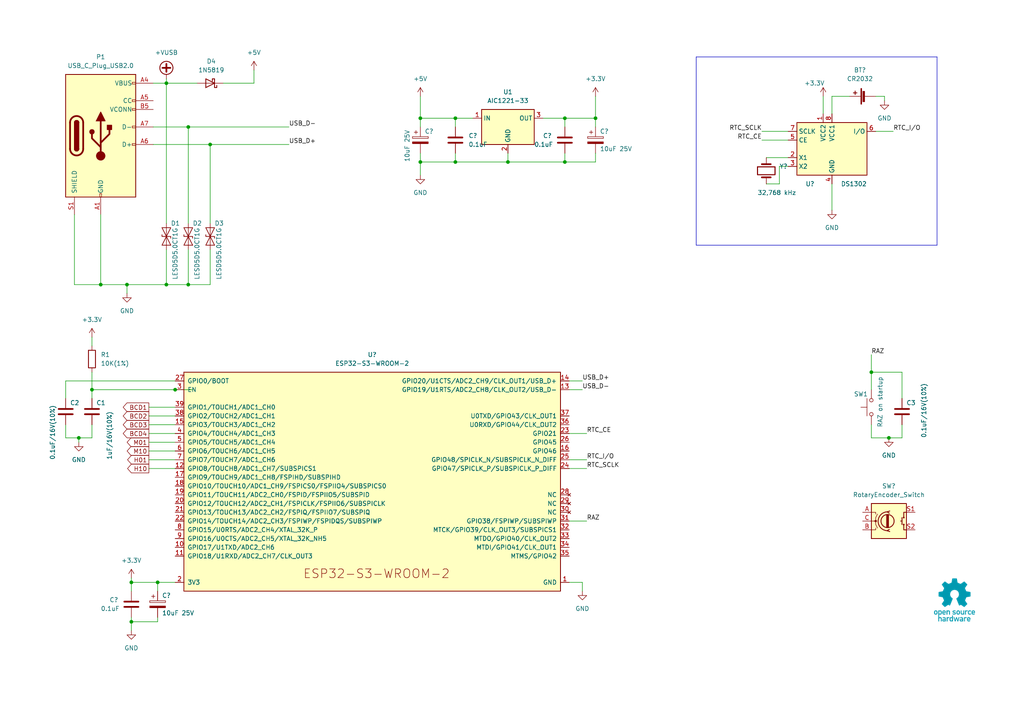
<source format=kicad_sch>
(kicad_sch (version 20230121) (generator eeschema)
  (paper "A4")
  (title_block (title "Horloge Nixie") (date "2023-07-09") (rev "0.1") (company "Laurent Claude") (comment 1 "Licence : Open Source Hardware"))
  (lib_symbols
    (symbol "Connector:USB_C_Plug_USB2.0" (pin_names (offset 1.016))
      (property "Reference" "P" (at -10.16 19.05 0))
      (property "Value" "USB_C_Plug_USB2.0" (at 12.7 19.05 0))
      (symbol "USB_C_Plug_USB2.0_0_0"
        (rectangle (start -0.254 -17.78) (end 0.254 -16.764))
        (rectangle (start 10.16 -2.286) (end 9.144 -2.794))
        (rectangle (start 10.16 2.794) (end 9.144 2.286))
        (rectangle (start 10.16 7.874) (end 9.144 7.366))
        (rectangle (start 10.16 10.414) (end 9.144 9.906))
        (rectangle (start 10.16 15.494) (end 9.144 14.986))
      )
      (symbol "USB_C_Plug_USB2.0_0_1"
        (rectangle (start -10.16 17.78) (end 10.16 -17.78) (stroke (width 0.254)) (fill (type background)))
        (arc (start -8.89 -3.81) (mid -6.985 -5.7067) (end -5.08 -3.81) (stroke (width 0.508)))
        (arc (start -7.62 -3.81) (mid -6.985 -4.4423) (end -6.35 -3.81) (stroke (width 0.254)))
        (arc (start -7.62 -3.81) (mid -6.985 -4.4423) (end -6.35 -3.81) (stroke (width 0.254)) (fill (type outline)))
        (rectangle (start -7.62 -3.81) (end -6.35 3.81) (stroke (width 0.254)) (fill (type outline)))
        (arc (start -6.35 3.81) (mid -6.985 4.4423) (end -7.62 3.81) (stroke (width 0.254)))
        (arc (start -6.35 3.81) (mid -6.985 4.4423) (end -7.62 3.81) (stroke (width 0.254)) (fill (type outline)))
        (arc (start -5.08 3.81) (mid -6.985 5.7067) (end -8.89 3.81) (stroke (width 0.508)))
        (circle (center -2.54 1.143) (radius 0.635) (stroke (width 0.254)) (fill (type outline)))
        (circle (center 0 -5.842) (radius 1.27) (fill (type outline)))
        (polyline (pts (xy -8.89 -3.81) (xy -8.89 3.81)) (stroke (width 0.508)))
        (polyline (pts (xy -5.08 3.81) (xy -5.08 -3.81)) (stroke (width 0.508)))
        (polyline (pts (xy 0 -5.842) (xy 0 4.318)) (stroke (width 0.508)))
        (polyline (pts (xy 0 -3.302) (xy -2.54 -0.762) (xy -2.54 0.508)) (stroke (width 0.508)))
        (polyline (pts (xy 0 -2.032) (xy 2.54 0.508) (xy 2.54 1.778)) (stroke (width 0.508)))
        (polyline (pts (xy -1.27 4.318) (xy 0 6.858) (xy 1.27 4.318) (xy -1.27 4.318)) (stroke (width 0.254)) (fill (type outline)))
        (rectangle (start 1.905 1.778) (end 3.175 3.048) (stroke (width 0.254)) (fill (type outline)))
      )
      (symbol "USB_C_Plug_USB2.0_1_1"
        (pin passive line (at 0 -22.86 90) (length 5.08) (name "GND") (number "A1"))
        (pin passive line (at 0 -22.86 90) (length 5.08) hide (name "GND") (number "A12"))
        (pin passive line (at 15.24 15.24 180) (length 5.08) (name "VBUS") (number "A4"))
        (pin bidirectional line (at 15.24 10.16 180) (length 5.08) (name "CC") (number "A5"))
        (pin bidirectional line (at 15.24 -2.54 180) (length 5.08) (name "D+") (number "A6"))
        (pin bidirectional line (at 15.24 2.54 180) (length 5.08) (name "D-") (number "A7"))
        (pin passive line (at 15.24 15.24 180) (length 5.08) hide (name "VBUS") (number "A9"))
        (pin passive line (at 0 -22.86 90) (length 5.08) hide (name "GND") (number "B1"))
        (pin passive line (at 0 -22.86 90) (length 5.08) hide (name "GND") (number "B12"))
        (pin passive line (at 15.24 15.24 180) (length 5.08) hide (name "VBUS") (number "B4"))
        (pin bidirectional line (at 15.24 7.62 180) (length 5.08) (name "VCONN") (number "B5"))
        (pin passive line (at 15.24 15.24 180) (length 5.08) hide (name "VBUS") (number "B9"))
        (pin passive line (at -7.62 -22.86 90) (length 5.08) (name "SHIELD") (number "S1"))
      )
    )
    (symbol "Device:Battery_Cell" (pin_numbers hide) (pin_names (offset 0) hide)
      (property "Reference" "BT" (at 2.54 2.54 0))
      (property "Value" "Battery_Cell" (at 2.54 0 0))
      (symbol "Battery_Cell_0_1"
        (rectangle (start -2.286 1.778) (end 2.286 1.524) (fill (type outline)))
        (rectangle (start -1.5748 1.1938) (end 1.4732 0.6858) (fill (type outline)))
        (polyline (pts (xy 0 0.762) (xy 0 0)))
        (polyline (pts (xy 0 1.778) (xy 0 2.54)))
        (polyline (pts (xy 0.508 3.429) (xy 1.524 3.429)) (stroke (width 0.254)))
        (polyline (pts (xy 1.016 3.937) (xy 1.016 2.921)) (stroke (width 0.254)))
      )
      (symbol "Battery_Cell_1_1"
        (pin passive line (at 0 5.08 270) (length 2.54) (name "+") (number "1"))
        (pin passive line (at 0 -2.54 90) (length 2.54) (name "-") (number "2"))
      )
    )
    (symbol "Device:C" (pin_numbers hide) (pin_names (offset 0.254))
      (property "Reference" "C" (at 0.635 2.54 0))
      (property "Value" "C" (at 0.635 -2.54 0))
      (symbol "C_0_1"
        (polyline (pts (xy -2.032 -0.762) (xy 2.032 -0.762)) (stroke (width 0.508)))
        (polyline (pts (xy -2.032 0.762) (xy 2.032 0.762)) (stroke (width 0.508)))
      )
      (symbol "C_1_1"
        (pin passive line (at 0 3.81 270) (length 2.794) (name "~") (number "1"))
        (pin passive line (at 0 -3.81 90) (length 2.794) (name "~") (number "2"))
      )
    )
    (symbol "Device:C_Polarized" (pin_numbers hide) (pin_names (offset 0.254))
      (property "Reference" "C" (at 0.635 2.54 0))
      (property "Value" "C_Polarized" (at 0.635 -2.54 0))
      (symbol "C_Polarized_0_1"
        (rectangle (start -2.286 0.508) (end 2.286 1.016))
        (polyline (pts (xy -1.778 2.286) (xy -0.762 2.286)))
        (polyline (pts (xy -1.27 2.794) (xy -1.27 1.778)))
        (rectangle (start 2.286 -0.508) (end -2.286 -1.016) (fill (type outline)))
      )
      (symbol "C_Polarized_1_1"
        (pin passive line (at 0 3.81 270) (length 2.794) (name "~") (number "1"))
        (pin passive line (at 0 -3.81 90) (length 2.794) (name "~") (number "2"))
      )
    )
    (symbol "Device:Crystal" (pin_numbers hide) (pin_names (offset 1.016) hide)
      (property "Reference" "Y" (at 0 3.81 0))
      (property "Value" "Crystal" (at 0 -3.81 0))
      (symbol "Crystal_0_1"
        (rectangle (start -1.143 2.54) (end 1.143 -2.54) (stroke (width 0.3048)))
        (polyline (pts (xy -2.54 0) (xy -1.905 0)))
        (polyline (pts (xy -1.905 -1.27) (xy -1.905 1.27)) (stroke (width 0.508)))
        (polyline (pts (xy 1.905 -1.27) (xy 1.905 1.27)) (stroke (width 0.508)))
        (polyline (pts (xy 2.54 0) (xy 1.905 0)))
      )
      (symbol "Crystal_1_1"
        (pin passive line (at -3.81 0 0) (length 1.27) (name "1") (number "1"))
        (pin passive line (at 3.81 0 180) (length 1.27) (name "2") (number "2"))
      )
    )
    (symbol "Device:R" (pin_numbers hide) (pin_names (offset 0))
      (property "Reference" "R" (at 2.032 0 90))
      (property "Value" "R" (at 0 0 90))
      (symbol "R_0_1"
        (rectangle (start -1.016 -2.54) (end 1.016 2.54) (stroke (width 0.254)))
      )
      (symbol "R_1_1"
        (pin passive line (at 0 3.81 270) (length 1.27) (name "~") (number "1"))
        (pin passive line (at 0 -3.81 90) (length 1.27) (name "~") (number "2"))
      )
    )
    (symbol "Device:RotaryEncoder_Switch" (pin_names (offset 0.254) hide)
      (property "Reference" "SW" (at 0 6.604 0))
      (property "Value" "RotaryEncoder_Switch" (at 0 -6.604 0))
      (symbol "RotaryEncoder_Switch_0_1"
        (rectangle (start -5.08 5.08) (end 5.08 -5.08) (stroke (width 0.254)) (fill (type background)))
        (circle (center -3.81 0) (radius 0.254) (fill (type outline)))
        (circle (center -0.381 0) (radius 1.905) (stroke (width 0.254)))
        (arc (start -0.381 2.667) (mid -3.0988 -0.0635) (end -0.381 -2.794) (stroke (width 0.254)))
        (polyline (pts (xy -0.635 -1.778) (xy -0.635 1.778)) (stroke (width 0.254)))
        (polyline (pts (xy -0.381 -1.778) (xy -0.381 1.778)) (stroke (width 0.254)))
        (polyline (pts (xy -0.127 1.778) (xy -0.127 -1.778)) (stroke (width 0.254)))
        (polyline (pts (xy 3.81 0) (xy 3.429 0)) (stroke (width 0.254)))
        (polyline (pts (xy 3.81 1.016) (xy 3.81 -1.016)) (stroke (width 0.254)))
        (polyline (pts (xy -5.08 -2.54) (xy -3.81 -2.54) (xy -3.81 -2.032)))
        (polyline (pts (xy -5.08 2.54) (xy -3.81 2.54) (xy -3.81 2.032)))
        (polyline (pts (xy 0.254 -3.048) (xy -0.508 -2.794) (xy 0.127 -2.413)) (stroke (width 0.254)))
        (polyline (pts (xy 0.254 2.921) (xy -0.508 2.667) (xy 0.127 2.286)) (stroke (width 0.254)))
        (polyline (pts (xy 5.08 -2.54) (xy 4.318 -2.54) (xy 4.318 -1.016)) (stroke (width 0.254)))
        (polyline (pts (xy 5.08 2.54) (xy 4.318 2.54) (xy 4.318 1.016)) (stroke (width 0.254)))
        (polyline (pts (xy -5.08 0) (xy -3.81 0) (xy -3.81 -1.016) (xy -3.302 -2.032)))
        (polyline (pts (xy -4.318 0) (xy -3.81 0) (xy -3.81 1.016) (xy -3.302 2.032)))
        (circle (center 4.318 -1.016) (radius 0.127) (stroke (width 0.254)))
        (circle (center 4.318 1.016) (radius 0.127) (stroke (width 0.254)))
      )
      (symbol "RotaryEncoder_Switch_1_1"
        (pin passive line (at -7.62 2.54 0) (length 2.54) (name "A") (number "A"))
        (pin passive line (at -7.62 -2.54 0) (length 2.54) (name "B") (number "B"))
        (pin passive line (at -7.62 0 0) (length 2.54) (name "C") (number "C"))
        (pin passive line (at 7.62 2.54 180) (length 2.54) (name "S1") (number "S1"))
        (pin passive line (at 7.62 -2.54 180) (length 2.54) (name "S2") (number "S2"))
      )
    )
    (symbol "Diode:1N5819" (pin_numbers hide) (pin_names (offset 1.016) hide)
      (property "Reference" "D" (at 0 2.54 0))
      (property "Value" "1N5819" (at 0 -2.54 0))
      (symbol "1N5819_0_1"
        (polyline (pts (xy 1.27 0) (xy -1.27 0)))
        (polyline (pts (xy 1.27 1.27) (xy 1.27 -1.27) (xy -1.27 0) (xy 1.27 1.27)) (stroke (width 0.254)))
        (polyline (pts (xy -1.905 0.635) (xy -1.905 1.27) (xy -1.27 1.27) (xy -1.27 -1.27) (xy -0.635 -1.27) (xy -0.635 -0.635)) (stroke (width 0.254)))
      )
      (symbol "1N5819_1_1"
        (pin passive line (at -3.81 0 0) (length 2.54) (name "K") (number "1"))
        (pin passive line (at 3.81 0 180) (length 2.54) (name "A") (number "2"))
      )
    )
    (symbol "Diode:SD05_SOD323" (pin_numbers hide) (pin_names (offset 1.016) hide)
      (property "Reference" "D" (at 0 2.54 0))
      (property "Value" "SD05_SOD323" (at 0 -2.54 0))
      (symbol "SD05_SOD323_0_1"
        (polyline (pts (xy 1.27 0) (xy -1.27 0)))
        (polyline (pts (xy -2.54 -1.27) (xy 0 0) (xy -2.54 1.27) (xy -2.54 -1.27)) (stroke (width 0.2032)))
        (polyline (pts (xy 0.508 1.27) (xy 0 1.27) (xy 0 -1.27) (xy -0.508 -1.27)) (stroke (width 0.2032)))
        (polyline (pts (xy 2.54 1.27) (xy 2.54 -1.27) (xy 0 0) (xy 2.54 1.27)) (stroke (width 0.2032)))
      )
      (symbol "SD05_SOD323_1_1"
        (pin passive line (at -3.81 0 0) (length 2.54) (name "A1") (number "1"))
        (pin passive line (at 3.81 0 180) (length 2.54) (name "A2") (number "2"))
      )
    )
    (symbol "Espressif:ESP32-S3-WROOM-2" (pin_names (offset 1.016))
      (property "Reference" "U" (at -55.88 38.1 0))
      (property "Value" "ESP32-S3-WROOM-2" (at -55.88 35.56 0))
      (symbol "ESP32-S3-WROOM-2_0_0"
        (rectangle (start -55.88 33.02) (end 53.34 -30.48) (stroke (width 0.254)) (fill (type background)))
        (text "ESP32-S3-WROOM-2" (at 0 -25.4 0) (effects (font (size 2.54 2.54))))
        (pin power_in line (at 55.88 -27.94 180) (length 2.54) (name "GND") (number "1"))
        (pin bidirectional line (at -58.42 -17.78 0) (length 2.54) (name "GPIO17/U1TXD/ADC2_CH6") (number "10"))
        (pin bidirectional line (at -58.42 -20.32 0) (length 2.54) (name "GPIO18/U1RXD/ADC2_CH7/CLK_OUT3") (number "11"))
        (pin bidirectional line (at -58.42 5.08 0) (length 2.54) (name "GPIO8/TOUCH8/ADC1_CH7/SUBSPICS1") (number "12"))
        (pin bidirectional line (at 55.88 27.94 180) (length 2.54) (name "GPIO19/U1RTS/ADC2_CH8/CLK_OUT2/USB_D-") (number "13"))
        (pin bidirectional line (at 55.88 30.48 180) (length 2.54) (name "GPIO20/U1CTS/ADC2_CH9/CLK_OUT1/USB_D+") (number "14"))
        (pin bidirectional line (at -58.42 17.78 0) (length 2.54) (name "GPIO3/TOUCH3/ADC1_CH2") (number "15"))
        (pin bidirectional line (at 55.88 10.16 180) (length 2.54) (name "GPIO46") (number "16"))
        (pin bidirectional line (at -58.42 2.54 0) (length 2.54) (name "GPIO9/TOUCH9/ADC1_CH8/FSPIHD/SUBSPIHD") (number "17"))
        (pin bidirectional line (at -58.42 0 0) (length 2.54) (name "GPIO10/TOUCH10/ADC1_CH9/FSPICS0/FSPIIO4/SUBSPICS0") (number "18"))
        (pin bidirectional line (at -58.42 -2.54 0) (length 2.54) (name "GPIO11/TOUCH11/ADC2_CH0/FSPID/FSPIIO5/SUBSPID") (number "19"))
        (pin power_in line (at -58.42 -27.94 0) (length 2.54) (name "3V3") (number "2"))
        (pin bidirectional line (at -58.42 -5.08 0) (length 2.54) (name "GPIO12/TOUCH12/ADC2_CH1/FSPICLK/FSPIIO6/SUBSPICLK") (number "20"))
        (pin bidirectional line (at -58.42 -7.62 0) (length 2.54) (name "GPIO13/TOUCH13/ADC2_CH2/FSPIQ/FSPIIO7/SUBSPIQ") (number "21"))
        (pin bidirectional line (at -58.42 -10.16 0) (length 2.54) (name "GPIO14/TOUCH14/ADC2_CH3/FSPIWP/FSPIDQS/SUBSPIWP") (number "22"))
        (pin bidirectional line (at 55.88 15.24 180) (length 2.54) (name "GPIO21") (number "23"))
        (pin bidirectional line (at 55.88 5.08 180) (length 2.54) (name "GPIO47/SPICLK_P/SUBSPICLK_P_DIFF") (number "24"))
        (pin bidirectional line (at 55.88 7.62 180) (length 2.54) (name "GPIO48/SPICLK_N/SUBSPICLK_N_DIFF") (number "25"))
        (pin bidirectional line (at 55.88 12.7 180) (length 2.54) (name "GPIO45") (number "26"))
        (pin bidirectional line (at -58.42 30.48 0) (length 2.54) (name "GPIO0/BOOT") (number "27"))
        (pin no_connect line (at 55.88 -2.54 180) (length 2.54) (name "NC") (number "28"))
        (pin no_connect line (at 55.88 -5.08 180) (length 2.54) (name "NC") (number "29"))
        (pin input line (at -58.42 27.94 0) (length 2.54) (name "EN") (number "3"))
        (pin no_connect line (at 55.88 -7.62 180) (length 2.54) (name "NC") (number "30"))
        (pin bidirectional line (at 55.88 -10.16 180) (length 2.54) (name "GPIO38/FSPIWP/SUBSPIWP") (number "31"))
        (pin bidirectional line (at 55.88 -12.7 180) (length 2.54) (name "MTCK/GPIO39/CLK_OUT3/SUBSPICS1") (number "32"))
        (pin bidirectional line (at 55.88 -15.24 180) (length 2.54) (name "MTDO/GPIO40/CLK_OUT2") (number "33"))
        (pin bidirectional line (at 55.88 -17.78 180) (length 2.54) (name "MTDI/GPIO41/CLK_OUT1") (number "34"))
        (pin bidirectional line (at 55.88 -20.32 180) (length 2.54) (name "MTMS/GPIO42") (number "35"))
        (pin bidirectional line (at 55.88 17.78 180) (length 2.54) (name "U0RXD/GPIO44/CLK_OUT2") (number "36"))
        (pin bidirectional line (at 55.88 20.32 180) (length 2.54) (name "U0TXD/GPIO43/CLK_OUT1") (number "37"))
        (pin bidirectional line (at -58.42 20.32 0) (length 2.54) (name "GPIO2/TOUCH2/ADC1_CH1") (number "38"))
        (pin bidirectional line (at -58.42 22.86 0) (length 2.54) (name "GPIO1/TOUCH1/ADC1_CH0") (number "39"))
        (pin bidirectional line (at -58.42 15.24 0) (length 2.54) (name "GPIO4/TOUCH4/ADC1_CH3") (number "4"))
        (pin passive line (at 55.88 -27.94 180) (length 2.54) hide (name "GND") (number "40"))
        (pin passive line (at 55.88 -27.94 180) (length 2.54) hide (name "GND") (number "41"))
        (pin bidirectional line (at -58.42 12.7 0) (length 2.54) (name "GPIO5/TOUCH5/ADC1_CH4") (number "5"))
        (pin bidirectional line (at -58.42 10.16 0) (length 2.54) (name "GPIO6/TOUCH6/ADC1_CH5") (number "6"))
        (pin bidirectional line (at -58.42 7.62 0) (length 2.54) (name "GPIO7/TOUCH7/ADC1_CH6") (number "7"))
        (pin bidirectional line (at -58.42 -12.7 0) (length 2.54) (name "GPIO15/U0RTS/ADC2_CH4/XTAL_32K_P") (number "8"))
        (pin bidirectional line (at -58.42 -15.24 0) (length 2.54) (name "GPIO16/U0CTS/ADC2_CH5/XTAL_32K_NH5") (number "9"))
      )
    )
    (symbol "Lolo_lib:+VUSB" (power) (pin_names (offset 0))
      (property "Value" "+VUSB" (at 0 6.35 0))
      (symbol "+VUSB_0_1"
        (polyline (pts (xy -1.143 3.175) (xy 1.143 3.175)) (stroke (width 0.508)))
        (polyline (pts (xy 0 0) (xy 0 1.27)))
        (polyline (pts (xy 0 2.032) (xy 0 4.318)) (stroke (width 0.508)))
        (circle (center 0 3.175) (radius 1.905) (stroke (width 0.254)))
      )
      (symbol "+VUSB_1_1"
        (pin power_in line (at 0 0 90) (length 0) hide (name "+VUSB") (number "1"))
      )
    )
    (symbol "Regulator_Linear:LT1963AxST-3.3"
      (property "Reference" "U" (at -7.62 6.35 0))
      (property "Value" "LT1963AxST-3.3" (at -1.27 6.35 0))
      (symbol "LT1963AxST-3.3_0_1"
        (rectangle (start -7.62 5.08) (end 7.62 -5.08) (stroke (width 0.254)) (fill (type background)))
      )
      (symbol "LT1963AxST-3.3_1_1"
        (pin power_in line (at -10.16 2.54 0) (length 2.54) (name "IN") (number "1"))
        (pin power_in line (at 0 -7.62 90) (length 2.54) (name "GND") (number "2"))
        (pin power_out line (at 10.16 2.54 180) (length 2.54) (name "OUT") (number "3"))
      )
    )
    (symbol "Switch:SW_Push" (pin_numbers hide) (pin_names (offset 1.016) hide)
      (property "Reference" "SW" (at 1.27 2.54 0))
      (property "Value" "SW_Push" (at 0 -1.524 0))
      (symbol "SW_Push_0_1"
        (circle (center -2.032 0) (radius 0.508))
        (polyline (pts (xy 0 1.27) (xy 0 3.048)))
        (polyline (pts (xy 2.54 1.27) (xy -2.54 1.27)))
        (circle (center 2.032 0) (radius 0.508))
        (pin passive line (at -5.08 0 0) (length 2.54) (name "1") (number "1"))
        (pin passive line (at 5.08 0 180) (length 2.54) (name "2") (number "2"))
      )
    )
    (symbol "Timer_RTC:DS1302+"
      (property "Reference" "U" (at -8.89 8.89 0))
      (property "Value" "DS1302+" (at 6.35 8.89 0))
      (symbol "DS1302+_1_1"
        (rectangle (start -10.16 7.62) (end 10.16 -7.62) (stroke (width 0.254)) (fill (type background)))
        (pin power_in line (at -2.54 10.16 270) (length 2.54) (name "VCC2") (number "1"))
        (pin input line (at -12.7 -2.54 0) (length 2.54) (name "X1") (number "2"))
        (pin input line (at -12.7 -5.08 0) (length 2.54) (name "X2") (number "3"))
        (pin power_in line (at 0 -10.16 90) (length 2.54) (name "GND") (number "4"))
        (pin input line (at -12.7 2.54 0) (length 2.54) (name "CE") (number "5"))
        (pin bidirectional line (at 12.7 5.08 180) (length 2.54) (name "I/O") (number "6"))
        (pin input line (at -12.7 5.08 0) (length 2.54) (name "SCLK") (number "7"))
        (pin power_in line (at 0 10.16 270) (length 2.54) (name "VCC1") (number "8"))
      )
    )
    (symbol "power:+3.3V" (power) (pin_names (offset 0))
      (property "Value" "+3.3V" (at 0 3.556 0))
      (symbol "+3.3V_0_1"
        (polyline (pts (xy -0.762 1.27) (xy 0 2.54)))
        (polyline (pts (xy 0 0) (xy 0 2.54)))
        (polyline (pts (xy 0 2.54) (xy 0.762 1.27)))
      )
      (symbol "+3.3V_1_1"
        (pin power_in line (at 0 0 90) (length 0) hide (name "+3.3V") (number "1"))
      )
    )
    (symbol "power:+5V" (power) (pin_names (offset 0))
      (property "Value" "+5V" (at 0 3.556 0))
      (symbol "+5V_0_1"
        (polyline (pts (xy -0.762 1.27) (xy 0 2.54)))
        (polyline (pts (xy 0 0) (xy 0 2.54)))
        (polyline (pts (xy 0 2.54) (xy 0.762 1.27)))
      )
      (symbol "+5V_1_1"
        (pin power_in line (at 0 0 90) (length 0) hide (name "+5V") (number "1"))
      )
    )
    (symbol "power:GND" (power) (pin_names (offset 0))
      (property "Value" "GND" (at 0 -3.81 0))
      (symbol "GND_0_1"
        (polyline (pts (xy 0 0) (xy 0 -1.27) (xy 1.27 -1.27) (xy 0 -2.54) (xy -1.27 -1.27) (xy 0 -1.27)))
      )
      (symbol "GND_1_1"
        (pin power_in line (at 0 0 270) (length 0) hide (name "GND") (number "1"))
      )
    )
  )
  (junction (at 121.92 46.99))
  (junction (at 257.81 127))
  (junction (at 48.26 82.55))
  (junction (at 48.26 24.13))
  (junction (at 38.1 180.34))
  (junction (at 163.83 34.29))
  (junction (at 38.1 168.91))
  (junction (at 45.72 168.91))
  (junction (at 54.61 82.55))
  (junction (at 36.83 82.55))
  (junction (at 147.32 46.99))
  (junction (at 26.67 113.03))
  (junction (at 29.21 82.55))
  (junction (at 132.08 34.29))
  (junction (at 132.08 46.99))
  (junction (at 121.92 34.29))
  (junction (at 54.61 36.83))
  (junction (at 22.86 127))
  (junction (at 60.96 41.91))
  (junction (at 163.83 46.99))
  (junction (at 172.72 34.29))
  (junction (at 252.73 107.95))
  (junction (at 50.8 113.03))
  (wire (pts (xy 163.83 44.45) (xy 163.83 46.99)))
  (wire (pts (xy 38.1 168.91) (xy 38.1 171.45)))
  (wire (pts (xy 29.21 82.55) (xy 36.83 82.55)))
  (wire (pts (xy 238.76 27.94) (xy 238.76 33.02)))
  (polyline (pts (xy 201.93 16.51) (xy 201.93 71.12)))
  (wire (pts (xy 172.72 46.99) (xy 163.83 46.99)))
  (wire (pts (xy 22.86 127) (xy 26.67 127)))
  (wire (pts (xy 21.59 82.55) (xy 29.21 82.55)))
  (wire (pts (xy 252.73 113.03) (xy 252.73 107.95)))
  (wire (pts (xy 43.18 130.81) (xy 50.8 130.81)))
  (wire (pts (xy 220.98 38.1) (xy 228.6 38.1)))
  (wire (pts (xy 50.8 110.49) (xy 19.05 110.49)))
  (wire (pts (xy 26.67 113.03) (xy 26.67 115.57)))
  (wire (pts (xy 168.91 171.45) (xy 168.91 168.91)))
  (wire (pts (xy 48.26 24.13) (xy 48.26 64.77)))
  (wire (pts (xy 132.08 44.45) (xy 132.08 46.99)))
  (wire (pts (xy 36.83 82.55) (xy 36.83 85.09)))
  (wire (pts (xy 38.1 168.91) (xy 45.72 168.91)))
  (wire (pts (xy 165.1 125.73) (xy 170.18 125.73)))
  (wire (pts (xy 45.72 179.07) (xy 45.72 180.34)))
  (wire (pts (xy 121.92 44.45) (xy 121.92 46.99)))
  (wire (pts (xy 26.67 113.03) (xy 50.8 113.03)))
  (wire (pts (xy 43.18 133.35) (xy 50.8 133.35)))
  (wire (pts (xy 54.61 82.55) (xy 54.61 72.39)))
  (wire (pts (xy 22.86 127) (xy 22.86 128.27)))
  (wire (pts (xy 121.92 46.99) (xy 121.92 50.8)))
  (wire (pts (xy 147.32 46.99) (xy 163.83 46.99)))
  (wire (pts (xy 43.18 120.65) (xy 50.8 120.65)))
  (wire (pts (xy 165.1 110.49) (xy 168.91 110.49)))
  (wire (pts (xy 132.08 34.29) (xy 132.08 36.83)))
  (wire (pts (xy 157.48 34.29) (xy 163.83 34.29)))
  (wire (pts (xy 38.1 167.64) (xy 38.1 168.91)))
  (wire (pts (xy 26.67 107.95) (xy 26.67 113.03)))
  (wire (pts (xy 43.18 118.11) (xy 50.8 118.11)))
  (wire (pts (xy 21.59 62.23) (xy 21.59 82.55)))
  (wire (pts (xy 48.26 72.39) (xy 48.26 82.55)))
  (wire (pts (xy 19.05 110.49) (xy 19.05 115.57)))
  (wire (pts (xy 48.26 24.13) (xy 48.26 22.86)))
  (wire (pts (xy 172.72 27.94) (xy 172.72 34.29)))
  (wire (pts (xy 261.62 127) (xy 261.62 123.19)))
  (wire (pts (xy 172.72 36.83) (xy 172.72 34.29)))
  (wire (pts (xy 228.6 48.26) (xy 226.06 48.26)))
  (wire (pts (xy 43.18 123.19) (xy 50.8 123.19)))
  (wire (pts (xy 121.92 34.29) (xy 121.92 36.83)))
  (wire (pts (xy 55.88 113.03) (xy 50.8 113.03)))
  (wire (pts (xy 29.21 62.23) (xy 29.21 82.55)))
  (wire (pts (xy 241.3 27.94) (xy 246.38 27.94)))
  (wire (pts (xy 44.45 36.83) (xy 54.61 36.83)))
  (wire (pts (xy 165.1 133.35) (xy 170.18 133.35)))
  (wire (pts (xy 43.18 135.89) (xy 50.8 135.89)))
  (wire (pts (xy 48.26 82.55) (xy 36.83 82.55)))
  (polyline (pts (xy 201.93 71.12) (xy 271.78 71.12)))
  (wire (pts (xy 60.96 41.91) (xy 60.96 64.77)))
  (wire (pts (xy 241.3 53.34) (xy 241.3 60.96)))
  (wire (pts (xy 60.96 41.91) (xy 83.82 41.91)))
  (wire (pts (xy 256.54 29.21) (xy 256.54 27.94)))
  (wire (pts (xy 254 38.1) (xy 259.08 38.1)))
  (wire (pts (xy 132.08 46.99) (xy 121.92 46.99)))
  (wire (pts (xy 163.83 34.29) (xy 163.83 36.83)))
  (wire (pts (xy 257.81 127) (xy 261.62 127)))
  (wire (pts (xy 132.08 46.99) (xy 147.32 46.99)))
  (wire (pts (xy 38.1 180.34) (xy 38.1 182.88)))
  (wire (pts (xy 165.1 151.13) (xy 170.18 151.13)))
  (wire (pts (xy 44.45 24.13) (xy 48.26 24.13)))
  (wire (pts (xy 165.1 113.03) (xy 168.91 113.03)))
  (wire (pts (xy 44.45 41.91) (xy 60.96 41.91)))
  (wire (pts (xy 64.77 24.13) (xy 73.66 24.13)))
  (wire (pts (xy 48.26 24.13) (xy 57.15 24.13)))
  (wire (pts (xy 252.73 107.95) (xy 261.62 107.95)))
  (wire (pts (xy 43.18 128.27) (xy 50.8 128.27)))
  (wire (pts (xy 26.67 97.79) (xy 26.67 100.33)))
  (wire (pts (xy 121.92 34.29) (xy 132.08 34.29)))
  (wire (pts (xy 38.1 179.07) (xy 38.1 180.34)))
  (wire (pts (xy 226.06 48.26) (xy 226.06 53.34)))
  (wire (pts (xy 252.73 123.19) (xy 252.73 127)))
  (polyline (pts (xy 271.78 16.51) (xy 271.78 71.12)))
  (polyline (pts (xy 271.78 16.51) (xy 201.93 16.51)))
  (wire (pts (xy 252.73 127) (xy 257.81 127)))
  (wire (pts (xy 222.25 45.72) (xy 228.6 45.72)))
  (wire (pts (xy 45.72 180.34) (xy 38.1 180.34)))
  (wire (pts (xy 73.66 24.13) (xy 73.66 20.32)))
  (wire (pts (xy 252.73 102.87) (xy 252.73 107.95)))
  (wire (pts (xy 261.62 107.95) (xy 261.62 115.57)))
  (wire (pts (xy 256.54 27.94) (xy 254 27.94)))
  (wire (pts (xy 220.98 40.64) (xy 228.6 40.64)))
  (wire (pts (xy 172.72 34.29) (xy 163.83 34.29)))
  (wire (pts (xy 48.26 82.55) (xy 54.61 82.55)))
  (wire (pts (xy 132.08 34.29) (xy 137.16 34.29)))
  (wire (pts (xy 43.18 125.73) (xy 50.8 125.73)))
  (wire (pts (xy 147.32 44.45) (xy 147.32 46.99)))
  (wire (pts (xy 168.91 168.91) (xy 165.1 168.91)))
  (wire (pts (xy 26.67 127) (xy 26.67 123.19)))
  (wire (pts (xy 60.96 82.55) (xy 60.96 72.39)))
  (wire (pts (xy 19.05 127) (xy 22.86 127)))
  (wire (pts (xy 54.61 36.83) (xy 83.82 36.83)))
  (wire (pts (xy 19.05 123.19) (xy 19.05 127)))
  (wire (pts (xy 45.72 168.91) (xy 45.72 171.45)))
  (wire (pts (xy 54.61 82.55) (xy 60.96 82.55)))
  (wire (pts (xy 121.92 27.94) (xy 121.92 34.29)))
  (wire (pts (xy 45.72 168.91) (xy 50.8 168.91)))
  (wire (pts (xy 172.72 44.45) (xy 172.72 46.99)))
  (wire (pts (xy 54.61 36.83) (xy 54.61 64.77)))
  (wire (pts (xy 165.1 135.89) (xy 170.18 135.89)))
  (wire (pts (xy 241.3 27.94) (xy 241.3 33.02)))
  (wire (pts (xy 226.06 53.34) (xy 222.25 53.34)))
  (image (at 276.86 173.99) (scale 1.48101))
  (label "RAZ" (at 252.73 102.87 0))
  (label "USB_D-" (at 83.82 36.83 0))
  (label "USB_D+" (at 83.82 41.91 0))
  (label "RTC_CE" (at 170.18 125.73 0))
  (label "RTC_I{slash}O" (at 259.08 38.1 0))
  (label "RTC_SCLK" (at 220.98 38.1 180))
  (label "RTC_I{slash}O" (at 170.18 133.35 0))
  (label "RTC_CE" (at 220.98 40.64 180))
  (label "USB_D+" (at 168.91 110.49 0))
  (label "RTC_SCLK" (at 170.18 135.89 0))
  (label "RAZ" (at 170.18 151.13 0))
  (label "USB_D-" (at 168.91 113.03 0))
  (global_label "M01" (shape output) (at 43.18 128.27 180) (property "Intersheetrefs" "${INTERSHEET_REFS}" (effects hide)) (property "Références Inter-Feuilles" "${INTERSHEET_REFS}" (effects hide)))
  (global_label "BCD4" (shape output) (at 43.18 125.73 180) (property "Intersheetrefs" "${INTERSHEET_REFS}" (effects hide)) (property "Références Inter-Feuilles" "${INTERSHEET_REFS}" (effects hide)))
  (global_label "M10" (shape output) (at 43.18 130.81 180) (property "Intersheetrefs" "${INTERSHEET_REFS}" (effects hide)) (property "Références Inter-Feuilles" "${INTERSHEET_REFS}" (effects hide)))
  (global_label "H01" (shape output) (at 43.18 133.35 180) (property "Intersheetrefs" "${INTERSHEET_REFS}" (effects hide)) (property "Références Inter-Feuilles" "${INTERSHEET_REFS}" (effects hide)))
  (global_label "BCD1" (shape output) (at 43.18 118.11 180) (property "Intersheetrefs" "${INTERSHEET_REFS}" (effects hide)) (property "Références Inter-Feuilles" "${INTERSHEET_REFS}" (effects hide)))
  (global_label "BCD2" (shape output) (at 43.18 120.65 180) (property "Intersheetrefs" "${INTERSHEET_REFS}" (effects hide)) (property "Références Inter-Feuilles" "${INTERSHEET_REFS}" (effects hide)))
  (global_label "H10" (shape output) (at 43.18 135.89 180) (property "Intersheetrefs" "${INTERSHEET_REFS}" (effects hide)) (property "Références Inter-Feuilles" "${INTERSHEET_REFS}" (effects hide)))
  (global_label "BCD3" (shape output) (at 43.18 123.19 180) (property "Intersheetrefs" "${INTERSHEET_REFS}" (effects hide)) (property "Références Inter-Feuilles" "${INTERSHEET_REFS}" (effects hide)))
  (symbol (lib_id "Device:Battery_Cell") (at 251.46 27.94 90) (unit 1)
    (property "Reference" "BT?" (at 249.428 20.32 90))
    (property "Value" "CR2032" (at 249.428 22.86 90))
  )
  (symbol (lib_id "power:GND") (at 256.54 29.21 0) (unit 1)
    (property "Reference" "#PWR?" (effects hide))
    (property "Value" "GND" (at 256.54 34.29 0))
  )
  (symbol (lib_id "Lolo_lib:+VUSB") (at 48.26 22.86 0) (unit 1)
    (property "Reference" "#PWR?" (effects hide))
    (property "Value" "+VUSB" (at 48.26 15.24 0))
  )
  (symbol (lib_id "Diode:SD05_SOD323") (at 60.96 68.58 90) (unit 1)
    (property "Reference" "D3" (at 62.23 64.77 90) (effects (justify right)))
    (property "Value" "LESD5D5.0CT1G" (at 63.5 66.04 0) (effects (justify right)))
    (property "Footprint" "Diode_SMD:D_SOD-323" (effects hide))
    (property "Datasheet" "https://www.littelfuse.com/~/media/electronics/datasheets/tvs_diode_arrays/littelfuse_tvs_diode_array_sd_c_datasheet.pdf.pdf" (effects hide))
  )
  (symbol (lib_id "Device:C_Polarized") (at 121.92 40.64 0) (unit 1)
    (property "Reference" "C?" (at 123.19 38.1 0) (effects (justify left)))
    (property "Value" "10uF 25V" (at 118.11 46.99 90) (effects (justify left)))
  )
  (symbol (lib_id "Device:C") (at 261.62 119.38 0) (unit 1)
    (property "Reference" "C3" (at 262.89 116.84 0) (effects (justify left)))
    (property "Value" "0.1uF/16V(10%)" (at 267.97 127 90) (effects (justify left)))
  )
  (symbol (lib_id "power:GND") (at 38.1 182.88 0) (unit 1)
    (property "Reference" "#PWR?" (effects hide))
    (property "Value" "GND" (at 38.1 187.96 0))
  )
  (symbol (lib_id "power:+3.3V") (at 172.72 27.94 0) (unit 1)
    (property "Reference" "#PWR?" (effects hide))
    (property "Value" "+3.3V" (at 172.72 22.86 0))
  )
  (symbol (lib_id "Device:C") (at 132.08 40.64 0) (unit 1)
    (property "Reference" "C?" (at 135.89 39.3699 0) (effects (justify left)))
    (property "Value" "0.1uF" (at 135.89 41.9099 0) (effects (justify left)))
  )
  (symbol (lib_id "power:+3.3V") (at 238.76 27.94 0) (unit 1)
    (property "Reference" "#PWR?" (effects hide))
    (property "Value" "+3.3V" (at 236.22 24.13 0))
  )
  (symbol (lib_id "Regulator_Linear:LT1963AxST-3.3") (at 147.32 36.83 0) (unit 1)
    (property "Reference" "U1" (at 147.32 26.67 0))
    (property "Value" "AIC1221-33" (at 147.32 29.21 0))
    (property "Footprint" "Package_TO_SOT_SMD:SOT-223-3_TabPin2" (effects hide))
    (property "Datasheet" "https://www.analog.com/media/en/technical-documentation/data-sheets/1963aff.pdf" (effects hide))
  )
  (symbol (lib_id "Device:C") (at 163.83 40.64 0) (unit 1)
    (property "Reference" "C?" (at 157.48 39.37 0) (effects (justify left)))
    (property "Value" "0.1uF" (at 154.94 41.91 0) (effects (justify left)))
  )
  (symbol (lib_id "Device:RotaryEncoder_Switch") (at 257.81 151.13 0) (unit 1)
    (property "Reference" "SW?" (at 257.81 140.97 0))
    (property "Value" "RotaryEncoder_Switch" (at 257.81 143.51 0))
  )
  (symbol (lib_id "Device:Crystal") (at 222.25 49.53 90) (unit 1)
    (property "Reference" "Y?" (at 226.06 48.2599 90) (effects (justify right)))
    (property "Value" "32,768 kHz" (at 219.71 55.88 90) (effects (justify right)))
  )
  (symbol (lib_id "power:GND") (at 257.81 127 0) (unit 1)
    (property "Reference" "#PWR05" (effects hide))
    (property "Value" "GND" (at 257.81 132.08 0))
  )
  (symbol (lib_id "Diode:SD05_SOD323") (at 54.61 68.58 90) (unit 1)
    (property "Reference" "D2" (at 55.88 64.77 90) (effects (justify right)))
    (property "Value" "LESD5D5.0CT1G" (at 57.15 66.04 0) (effects (justify right)))
    (property "Footprint" "Diode_SMD:D_SOD-323" (effects hide))
    (property "Datasheet" "https://www.littelfuse.com/~/media/electronics/datasheets/tvs_diode_arrays/littelfuse_tvs_diode_array_sd_c_datasheet.pdf.pdf" (effects hide))
  )
  (symbol (lib_id "Device:C_Polarized") (at 172.72 40.64 0) (unit 1)
    (property "Reference" "C?" (at 173.99 38.1 0) (effects (justify left)))
    (property "Value" "10uF 25V" (at 173.99 43.18 0) (effects (justify left)))
  )
  (symbol (lib_id "Device:C_Polarized") (at 45.72 175.26 0) (unit 1)
    (property "Reference" "C?" (at 46.99 172.72 0) (effects (justify left)))
    (property "Value" "10uF 25V" (at 46.99 177.8 0) (effects (justify left)))
  )
  (symbol (lib_id "Device:C") (at 26.67 119.38 0) (unit 1)
    (property "Reference" "C1" (at 27.94 116.84 0) (effects (justify left)))
    (property "Value" "1uF/16V(10%)" (at 31.75 133.35 90) (effects (justify left)))
  )
  (symbol (lib_id "Switch:SW_Push") (at 252.73 118.11 90) (unit 1)
    (property "Reference" "SW1" (at 247.65 114.3 90) (effects (justify right)))
    (property "Value" "RAZ on startup" (at 255.27 109.22 0) (effects (justify right)))
  )
  (symbol (lib_id "power:GND") (at 22.86 128.27 0) (unit 1)
    (property "Reference" "#PWR03" (effects hide))
    (property "Value" "GND" (at 22.86 133.35 0))
  )
  (symbol (lib_id "Device:R") (at 26.67 104.14 0) (unit 1)
    (property "Reference" "R1" (at 29.21 102.87 0) (effects (justify left)))
    (property "Value" "10K(1%)" (at 29.21 105.41 0) (effects (justify left)))
  )
  (symbol (lib_id "Diode:1N5819") (at 60.96 24.13 180) (unit 1)
    (property "Reference" "D4" (at 61.2775 17.78 0))
    (property "Value" "1N5819" (at 61.2775 20.32 0))
    (property "Footprint" "Diode_THT:D_DO-41_SOD81_P10.16mm_Horizontal" (effects hide))
    (property "Datasheet" "http://www.vishay.com/docs/88525/1n5817.pdf" (effects hide))
  )
  (symbol (lib_id "Device:C") (at 19.05 119.38 0) (unit 1)
    (property "Reference" "C2" (at 20.32 116.84 0) (effects (justify left)))
    (property "Value" "0.1uF/16V(10%)" (at 15.24 133.35 90) (effects (justify left)))
  )
  (symbol (lib_id "Espressif:ESP32-S3-WROOM-2") (at 109.22 140.97 0) (unit 1)
    (property "Reference" "U?" (at 107.95 102.87 0))
    (property "Value" "ESP32-S3-WROOM-2" (at 107.95 105.41 0))
    (property "Footprint" "Espressif:ESP32-S3-WROOM-2" (effects hide))
    (property "Datasheet" "https://www.espressif.com/sites/default/files/documentation/esp32-s3-wroom-2_datasheet_en.pdf" (effects hide))
  )
  (symbol (lib_id "Timer_RTC:DS1302+") (at 241.3 43.18 0) (unit 1)
    (property "Reference" "U?" (at 234.95 53.34 0))
    (property "Value" "DS1302" (at 247.65 53.34 0))
    (property "Footprint" "Package_DIP:DIP-8_W7.62mm" (effects hide))
    (property "Datasheet" "https://datasheets.maximintegrated.com/en/ds/DS1302.pdf" (effects hide))
  )
  (symbol (lib_id "Diode:SD05_SOD323") (at 48.26 68.58 90) (unit 1)
    (property "Reference" "D1" (at 49.53 64.77 90) (effects (justify right)))
    (property "Value" "LESD5D5.0CT1G" (at 50.8 66.04 0) (effects (justify right)))
    (property "Footprint" "Diode_SMD:D_SOD-323" (effects hide))
    (property "Datasheet" "https://www.littelfuse.com/~/media/electronics/datasheets/tvs_diode_arrays/littelfuse_tvs_diode_array_sd_c_datasheet.pdf.pdf" (effects hide))
  )
  (symbol (lib_id "power:GND") (at 241.3 60.96 0) (unit 1)
    (property "Reference" "#PWR?" (effects hide))
    (property "Value" "GND" (at 241.3 66.04 0))
  )
  (symbol (lib_id "Connector:USB_C_Plug_USB2.0") (at 29.21 39.37 0) (unit 1)
    (property "Reference" "P1" (at 29.21 16.51 0))
    (property "Value" "USB_C_Plug_USB2.0" (at 29.21 19.05 0))
    (property "Datasheet" "https://www.usb.org/sites/default/files/documents/usb_type-c.zip" (effects hide))
  )
  (symbol (lib_id "Device:C") (at 38.1 175.26 0) (unit 1)
    (property "Reference" "C?" (at 31.75 173.99 0) (effects (justify left)))
    (property "Value" "0.1uF" (at 29.21 176.53 0) (effects (justify left)))
  )
  (symbol (lib_id "power:GND") (at 36.83 85.09 0) (unit 1)
    (property "Reference" "#PWR?" (effects hide))
    (property "Value" "GND" (at 36.83 90.17 0))
  )
  (symbol (lib_id "power:GND") (at 121.92 50.8 0) (unit 1)
    (property "Reference" "#PWR?" (effects hide))
    (property "Value" "GND" (at 121.92 55.88 0))
  )
  (symbol (lib_id "power:+3.3V") (at 38.1 167.64 0) (unit 1)
    (property "Reference" "#PWR?" (effects hide))
    (property "Value" "+3.3V" (at 38.1 162.56 0))
  )
  (symbol (lib_id "power:+3.3V") (at 26.67 97.79 0) (unit 1)
    (property "Reference" "#PWR04" (effects hide))
    (property "Value" "+3.3V" (at 26.67 92.71 0))
  )
  (symbol (lib_id "power:+5V") (at 73.66 20.32 0) (unit 1)
    (property "Reference" "#PWR01" (effects hide))
    (property "Value" "+5V" (at 73.66 15.24 0))
  )
  (symbol (lib_id "power:GND") (at 168.91 171.45 0) (unit 1)
    (property "Reference" "#PWR?" (effects hide))
    (property "Value" "GND" (at 168.91 176.53 0))
  )
  (symbol (lib_id "power:+5V") (at 121.92 27.94 0) (unit 1)
    (property "Reference" "#PWR02" (effects hide))
    (property "Value" "+5V" (at 121.92 22.86 0))
  )
)
</source>
